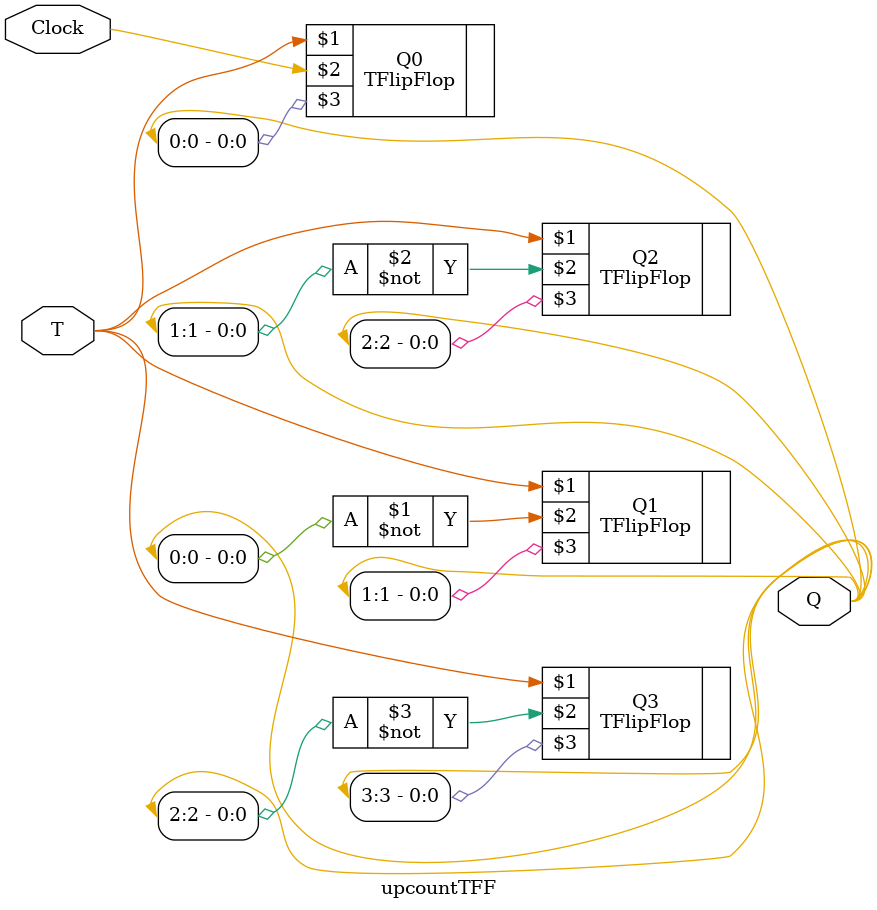
<source format=v>
module upcountTFF(T,Clock,Q);
input T, Clock;
output [0:3]Q;
//4 bit counter
TFlipFlop Q0(T, Clock, Q[0]);
TFlipFlop Q1(T, ~Q[0], Q[1]);
TFlipFlop Q2(T, ~Q[1], Q[2]);
TFlipFlop Q3(T, ~Q[2], Q[3]);

endmodule
</source>
